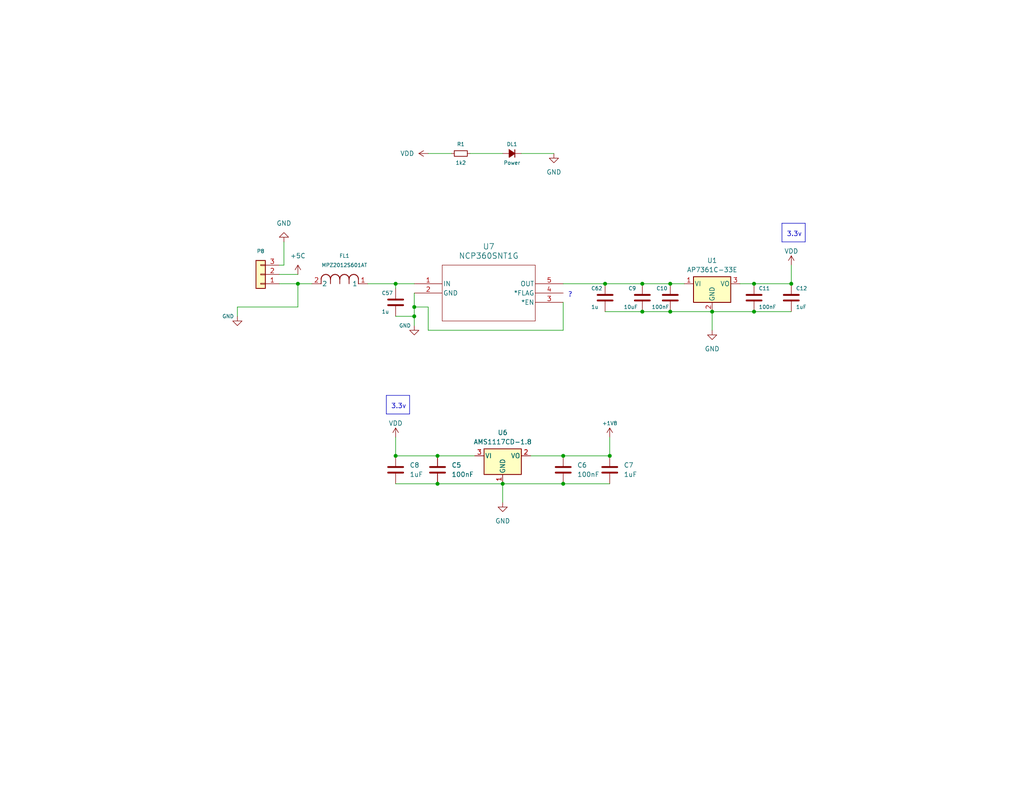
<source format=kicad_sch>
(kicad_sch (version 20230121) (generator eeschema)
  (paper "USLetter")
  (title_block (title "HF103-Min") (date "2023-06-25") (rev "0.1.0") (comment 1 "Minimalist Rework of HF-103 "))
  (lib_symbols
    (symbol "Connector_Generic:Conn_01x03" (pin_names (offset 1.016) hide)
      (property "Reference" "J" (at 0 5.08 0))
      (property "Value" "Conn_01x03" (at 0 -5.08 0))
      (symbol "Conn_01x03_1_1"
        (rectangle (start -1.27 -2.413) (end 0 -2.667) (stroke (width 0.1524)))
        (rectangle (start -1.27 0.127) (end 0 -0.127) (stroke (width 0.1524)))
        (rectangle (start -1.27 2.667) (end 0 2.413) (stroke (width 0.1524)))
        (rectangle (start -1.27 3.81) (end 1.27 -3.81) (stroke (width 0.254)) (fill (type background)))
        (pin passive line (at -5.08 2.54 0) (length 3.81) (name "Pin_1") (number "1"))
        (pin passive line (at -5.08 0 0) (length 3.81) (name "Pin_2") (number "2"))
        (pin passive line (at -5.08 -2.54 0) (length 3.81) (name "Pin_3") (number "3"))
      )
    )
    (symbol "Device:C" (pin_numbers hide) (pin_names (offset 0.254))
      (property "Reference" "C" (at 0.635 2.54 0))
      (property "Value" "C" (at 0.635 -2.54 0))
      (symbol "C_0_1"
        (polyline (pts (xy -2.032 -0.762) (xy 2.032 -0.762)) (stroke (width 0.508)))
        (polyline (pts (xy -2.032 0.762) (xy 2.032 0.762)) (stroke (width 0.508)))
      )
      (symbol "C_1_1"
        (pin passive line (at 0 3.81 270) (length 2.794) (name "~") (number "1"))
        (pin passive line (at 0 -3.81 90) (length 2.794) (name "~") (number "2"))
      )
    )
    (symbol "Device:D_Small_Filled" (pin_numbers hide) (pin_names (offset 0.254) hide)
      (property "Reference" "D" (at -1.27 2.032 0))
      (property "Value" "D_Small_Filled" (at -3.81 -2.032 0))
      (symbol "D_Small_Filled_0_1"
        (polyline (pts (xy -0.762 -1.016) (xy -0.762 1.016)) (stroke (width 0.254)))
        (polyline (pts (xy -0.762 0) (xy 0.762 0)))
        (polyline (pts (xy 0.762 -1.016) (xy -0.762 0) (xy 0.762 1.016) (xy 0.762 -1.016)) (stroke (width 0.254)) (fill (type outline)))
      )
      (symbol "D_Small_Filled_1_1"
        (pin passive line (at -2.54 0 0) (length 1.778) (name "K") (number "1"))
        (pin passive line (at 2.54 0 180) (length 1.778) (name "A") (number "2"))
      )
    )
    (symbol "Device:R_Small" (pin_numbers hide) (pin_names (offset 0.254) hide)
      (property "Reference" "R" (at 0.762 0.508 0))
      (property "Value" "R_Small" (at 0.762 -1.016 0))
      (symbol "R_Small_0_1"
        (rectangle (start -0.762 1.778) (end 0.762 -1.778) (stroke (width 0.2032)))
      )
      (symbol "R_Small_1_1"
        (pin passive line (at 0 2.54 270) (length 0.762) (name "~") (number "1"))
        (pin passive line (at 0 -2.54 90) (length 0.762) (name "~") (number "2"))
      )
    )
    (symbol "MPZ2012S601AT000:MPZ2012S601AT000" (pin_names (offset 0.254))
      (property "Reference" "L" (at 6.985 5.08 0))
      (property "Value" "MPZ2012S601AT000" (at 6.985 -2.54 0))
      (symbol "MPZ2012S601AT000_1_1"
        (polyline (pts (xy 2.54 0) (xy 2.54 1.27)) (stroke (width 0.2032)))
        (polyline (pts (xy 5.08 0) (xy 5.08 1.27)) (stroke (width 0.2032)))
        (polyline (pts (xy 7.62 0) (xy 7.62 1.27)) (stroke (width 0.2032)))
        (polyline (pts (xy 10.16 0) (xy 10.16 1.27)) (stroke (width 0.2032)))
        (polyline (pts (xy 12.7 0) (xy 12.7 1.27)) (stroke (width 0.2032)))
        (arc (start 5.08 1.27) (mid 3.81 2.5345) (end 2.54 1.27) (stroke (width 0.254)))
        (arc (start 7.62 1.27) (mid 6.35 2.5345) (end 5.08 1.27) (stroke (width 0.254)))
        (arc (start 10.16 1.27) (mid 8.89 2.5345) (end 7.62 1.27) (stroke (width 0.254)))
        (arc (start 12.7 1.27) (mid 11.43 2.5345) (end 10.16 1.27) (stroke (width 0.254)))
        (pin unspecified line (at 15.24 0 180) (length 2.54) (name "1") (number "1"))
        (pin unspecified line (at 0 0 0) (length 2.54) (name "2") (number "2"))
      )
      (symbol "MPZ2012S601AT000_1_2"
        (arc (start -1.27 5.08) (mid -2.5345 3.81) (end -1.27 2.54) (stroke (width 0.254)))
        (arc (start -1.27 7.62) (mid -2.5345 6.35) (end -1.27 5.08) (stroke (width 0.254)))
        (arc (start -1.27 10.16) (mid -2.5345 8.89) (end -1.27 7.62) (stroke (width 0.254)))
        (arc (start -1.27 12.7) (mid -2.5345 11.43) (end -1.27 10.16) (stroke (width 0.254)))
        (polyline (pts (xy 0 2.54) (xy -1.27 2.54)) (stroke (width 0.2032)))
        (polyline (pts (xy 0 5.08) (xy -1.27 5.08)) (stroke (width 0.2032)))
        (polyline (pts (xy 0 7.62) (xy -1.27 7.62)) (stroke (width 0.2032)))
        (polyline (pts (xy 0 10.16) (xy -1.27 10.16)) (stroke (width 0.2032)))
        (polyline (pts (xy 0 12.7) (xy -1.27 12.7)) (stroke (width 0.2032)))
        (pin unspecified line (at 0 15.24 270) (length 2.54) (name "1") (number "1"))
        (pin unspecified line (at 0 0 90) (length 2.54) (name "2") (number "2"))
      )
    )
    (symbol "NCP360:NCP360SNT1G" (pin_names (offset 0.254))
      (property "Reference" "U" (at 20.32 10.16 0))
      (property "Value" "NCP360SNT1G" (at 20.32 7.62 0))
      (symbol "NCP360SNT1G_0_1"
        (polyline (pts (xy 7.62 -10.16) (xy 33.02 -10.16)) (stroke (width 0.127)))
        (polyline (pts (xy 7.62 5.08) (xy 7.62 -10.16)) (stroke (width 0.127)))
        (polyline (pts (xy 33.02 -10.16) (xy 33.02 5.08)) (stroke (width 0.127)))
        (polyline (pts (xy 33.02 5.08) (xy 7.62 5.08)) (stroke (width 0.127)))
        (pin input line (at 0 0 0) (length 7.62) (name "IN") (number "1"))
        (pin power_in line (at 0 -2.54 0) (length 7.62) (name "GND") (number "2"))
        (pin input line (at 40.64 -5.08 180) (length 7.62) (name "*EN") (number "3"))
        (pin output line (at 40.64 -2.54 180) (length 7.62) (name "*FLAG") (number "4"))
        (pin output line (at 40.64 0 180) (length 7.62) (name "OUT") (number "5"))
      )
    )
    (symbol "Regulator_Linear:AMS1117CD-1.8" (pin_names (offset 0.254))
      (property "Reference" "U" (at -3.81 3.175 0))
      (property "Value" "AMS1117CD-1.8" (at 0 3.175 0))
      (symbol "AMS1117CD-1.8_0_1"
        (rectangle (start -5.08 -5.08) (end 5.08 1.905) (stroke (width 0.254)) (fill (type background)))
      )
      (symbol "AMS1117CD-1.8_1_1"
        (pin power_in line (at 0 -7.62 90) (length 2.54) (name "GND") (number "1"))
        (pin power_out line (at 7.62 0 180) (length 2.54) (name "VO") (number "2"))
        (pin power_in line (at -7.62 0 0) (length 2.54) (name "VI") (number "3"))
      )
    )
    (symbol "Regulator_Linear:AP7361C-33E" (pin_names (offset 0.254))
      (property "Reference" "U" (at -3.81 3.175 0))
      (property "Value" "AP7361C-33E" (at 0 3.175 0))
      (symbol "AP7361C-33E_0_1"
        (rectangle (start -5.08 -5.08) (end 5.08 1.905) (stroke (width 0.254)) (fill (type background)))
      )
      (symbol "AP7361C-33E_1_1"
        (pin power_in line (at -7.62 0 0) (length 2.54) (name "VI") (number "1"))
        (pin power_in line (at 0 -7.62 90) (length 2.54) (name "GND") (number "2"))
        (pin power_out line (at 7.62 0 180) (length 2.54) (name "VO") (number "3"))
      )
    )
    (symbol "power:+1V8" (power) (pin_names (offset 0))
      (property "Value" "+1V8" (at 0 3.556 0))
      (symbol "+1V8_0_1"
        (polyline (pts (xy -0.762 1.27) (xy 0 2.54)))
        (polyline (pts (xy 0 0) (xy 0 2.54)))
        (polyline (pts (xy 0 2.54) (xy 0.762 1.27)))
      )
      (symbol "+1V8_1_1"
        (pin power_in line (at 0 0 90) (length 0) hide (name "+1V8") (number "1"))
      )
    )
    (symbol "power:+5C" (power) (pin_names (offset 0))
      (property "Value" "+5C" (at 0 3.556 0))
      (symbol "+5C_0_1"
        (polyline (pts (xy -0.762 1.27) (xy 0 2.54)))
        (polyline (pts (xy 0 0) (xy 0 2.54)))
        (polyline (pts (xy 0 2.54) (xy 0.762 1.27)))
      )
      (symbol "+5C_1_1"
        (pin power_in line (at 0 0 90) (length 0) hide (name "+5C") (number "1"))
      )
    )
    (symbol "power:GND" (power) (pin_names (offset 0))
      (property "Value" "GND" (at 0 -3.81 0))
      (symbol "GND_0_1"
        (polyline (pts (xy 0 0) (xy 0 -1.27) (xy 1.27 -1.27) (xy 0 -2.54) (xy -1.27 -1.27) (xy 0 -1.27)))
      )
      (symbol "GND_1_1"
        (pin power_in line (at 0 0 270) (length 0) hide (name "GND") (number "1"))
      )
    )
    (symbol "power:VDD" (power) (pin_names (offset 0))
      (property "Value" "VDD" (at 0 3.81 0))
      (symbol "VDD_0_1"
        (polyline (pts (xy -0.762 1.27) (xy 0 2.54)))
        (polyline (pts (xy 0 0) (xy 0 2.54)))
        (polyline (pts (xy 0 2.54) (xy 0.762 1.27)))
      )
      (symbol "VDD_1_1"
        (pin power_in line (at 0 0 90) (length 0) hide (name "VDD") (number "1"))
      )
    )
  )
  (junction (at 153.67 132.08))
  (junction (at 182.88 85.09))
  (junction (at 113.03 86.36))
  (junction (at 215.9 77.47))
  (junction (at 175.26 77.47))
  (junction (at 107.95 77.47))
  (junction (at 165.1 77.47))
  (junction (at 119.38 132.08))
  (junction (at 81.28 77.47))
  (junction (at 166.37 124.46))
  (junction (at 107.95 124.46))
  (junction (at 175.26 85.09))
  (junction (at 153.67 124.46))
  (junction (at 205.74 77.47))
  (junction (at 182.88 77.47))
  (junction (at 137.16 132.08))
  (junction (at 205.74 85.09))
  (junction (at 113.03 83.82))
  (junction (at 194.31 85.09))
  (junction (at 119.38 124.46))
  (wire (pts (xy 137.16 137.16) (xy 137.16 132.08)))
  (polyline (pts (xy 105.41 107.95) (xy 111.76 107.95)))
  (wire (pts (xy 153.67 77.47) (xy 165.1 77.47)))
  (polyline (pts (xy 105.41 113.03) (xy 111.76 113.03)))
  (polyline (pts (xy 213.36 66.04) (xy 219.71 66.04)))
  (wire (pts (xy 64.77 83.82) (xy 81.28 83.82)))
  (wire (pts (xy 77.47 72.39) (xy 76.2 72.39)))
  (polyline (pts (xy 111.76 113.03) (xy 111.76 107.95)))
  (wire (pts (xy 144.78 124.46) (xy 153.67 124.46)))
  (wire (pts (xy 107.95 86.36) (xy 113.03 86.36)))
  (wire (pts (xy 205.74 77.47) (xy 215.9 77.47)))
  (wire (pts (xy 153.67 124.46) (xy 166.37 124.46)))
  (wire (pts (xy 100.33 77.47) (xy 107.95 77.47)))
  (wire (pts (xy 107.95 77.47) (xy 113.03 77.47)))
  (wire (pts (xy 113.03 83.82) (xy 113.03 86.36)))
  (wire (pts (xy 107.95 124.46) (xy 119.38 124.46)))
  (wire (pts (xy 113.03 86.36) (xy 113.03 88.9)))
  (wire (pts (xy 194.31 85.09) (xy 194.31 90.17)))
  (wire (pts (xy 166.37 119.38) (xy 166.37 124.46)))
  (wire (pts (xy 116.84 90.17) (xy 116.84 83.82)))
  (wire (pts (xy 137.16 132.08) (xy 153.67 132.08)))
  (wire (pts (xy 116.84 83.82) (xy 113.03 83.82)))
  (wire (pts (xy 116.84 41.91) (xy 123.19 41.91)))
  (polyline (pts (xy 219.71 66.04) (xy 219.71 60.96)))
  (wire (pts (xy 153.67 82.55) (xy 153.67 90.17)))
  (wire (pts (xy 205.74 85.09) (xy 215.9 85.09)))
  (wire (pts (xy 119.38 132.08) (xy 137.16 132.08)))
  (wire (pts (xy 142.24 41.91) (xy 151.13 41.91)))
  (wire (pts (xy 107.95 132.08) (xy 119.38 132.08)))
  (polyline (pts (xy 105.41 107.95) (xy 105.41 113.03)))
  (polyline (pts (xy 213.36 60.96) (xy 219.71 60.96)))
  (wire (pts (xy 182.88 77.47) (xy 186.69 77.47)))
  (wire (pts (xy 175.26 85.09) (xy 182.88 85.09)))
  (wire (pts (xy 113.03 80.01) (xy 113.03 83.82)))
  (wire (pts (xy 182.88 85.09) (xy 194.31 85.09)))
  (wire (pts (xy 76.2 77.47) (xy 81.28 77.47)))
  (wire (pts (xy 76.2 74.93) (xy 81.28 74.93)))
  (wire (pts (xy 77.47 66.04) (xy 77.47 72.39)))
  (polyline (pts (xy 213.36 60.96) (xy 213.36 66.04)))
  (wire (pts (xy 175.26 77.47) (xy 182.88 77.47)))
  (wire (pts (xy 107.95 119.38) (xy 107.95 124.46)))
  (wire (pts (xy 128.27 41.91) (xy 137.16 41.91)))
  (wire (pts (xy 107.95 77.47) (xy 107.95 78.74)))
  (wire (pts (xy 64.77 86.36) (xy 64.77 83.82)))
  (wire (pts (xy 81.28 77.47) (xy 85.09 77.47)))
  (wire (pts (xy 194.31 85.09) (xy 205.74 85.09)))
  (wire (pts (xy 153.67 90.17) (xy 116.84 90.17)))
  (wire (pts (xy 119.38 124.46) (xy 129.54 124.46)))
  (wire (pts (xy 153.67 132.08) (xy 166.37 132.08)))
  (wire (pts (xy 165.1 77.47) (xy 175.26 77.47)))
  (wire (pts (xy 201.93 77.47) (xy 205.74 77.47)))
  (wire (pts (xy 215.9 72.39) (xy 215.9 77.47)))
  (wire (pts (xy 165.1 85.09) (xy 175.26 85.09)))
  (wire (pts (xy 81.28 77.47) (xy 81.28 83.82)))
  (text "3.3v" (at 106.68 111.76 0) (effects (font (size 1.27 1.27)) (justify left bottom)))
  (text "?" (at 154.94 81.28 0) (effects (font (size 1.27 1.27)) (justify left bottom)))
  (text "3.3v" (at 214.63 64.77 0) (effects (font (size 1.27 1.27)) (justify left bottom)))
  (symbol (lib_id "Device:C") (at 119.38 128.27 0) (unit 1)
    (property "Reference" "C5" (at 123.19 127 0) (effects (justify left)))
    (property "Value" "100nF" (at 123.19 129.54 0) (effects (justify left)))
    (property "Footprint" "Capacitor_SMD:C_0805_2012Metric_Pad1.18x1.45mm_HandSolder" (effects hide))
  )
  (symbol (lib_id "power:GND") (at 113.03 88.9 0) (unit 1)
    (property "Reference" "#PWR039" (effects hide))
    (property "Value" "GND" (at 110.49 88.9 0) (effects (font (size 1 1))))
  )
  (symbol (lib_id "power:+1V8") (at 166.37 119.38 0) (unit 1)
    (property "Reference" "#PWR014" (effects hide))
    (property "Value" "+1V8" (at 166.37 115.57 0) (effects (font (size 1 1))))
  )
  (symbol (lib_id "Regulator_Linear:AMS1117CD-1.8") (at 137.16 124.46 0) (unit 1)
    (property "Reference" "U6" (at 137.16 118.11 0))
    (property "Value" "AMS1117CD-1.8" (at 137.16 120.65 0))
    (property "Footprint" "Package_TO_SOT_SMD:TO-252-3_TabPin2" (effects hide))
    (property "Datasheet" "http://www.advanced-monolithic.com/pdf/ds1117.pdf" (effects hide))
    (instances (project "HF103-Min" (path "" (reference "U6") (unit 1)) (path "" (reference "U1") (unit 1))))
  )
  (symbol (lib_id "power:+5C") (at 81.28 74.93 0) (unit 1)
    (property "Reference" "#PWR038" (effects hide))
    (property "Value" "+5C" (at 81.28 69.85 0))
  )
  (symbol (lib_id "power:GND") (at 77.47 66.04 180) (unit 1)
    (property "Reference" "#PWR015" (effects hide))
    (property "Value" "GND" (at 77.47 60.96 0))
  )
  (symbol (lib_id "power:VDD") (at 215.9 72.39 0) (unit 1)
    (property "Reference" "#PWR017" (effects hide))
    (property "Value" "VDD" (at 215.9 68.58 0))
  )
  (symbol (lib_id "Device:C") (at 182.88 81.28 0) (unit 1)
    (property "Reference" "C10" (at 179.07 78.74 0) (effects (font (size 1 1)) (justify left)))
    (property "Value" "100nF" (at 177.8 83.82 0) (effects (font (size 1 1)) (justify left)))
    (property "Footprint" "Capacitor_SMD:C_0805_2012Metric_Pad1.18x1.45mm_HandSolder" (effects hide))
  )
  (symbol (lib_id "power:GND") (at 64.77 86.36 0) (unit 1)
    (property "Reference" "#PWR043" (effects hide))
    (property "Value" "GND" (at 62.23 86.36 0) (effects (font (size 1 1))))
  )
  (symbol (lib_id "power:GND") (at 151.13 41.91 0) (unit 1)
    (property "Reference" "#PWR040" (effects hide))
    (property "Value" "GND" (at 151.13 46.99 0))
  )
  (symbol (lib_id "MPZ2012S601AT000:MPZ2012S601AT000") (at 85.09 77.47 0) (unit 1)
    (property "Reference" "FL1" (at 93.98 69.85 0) (effects (font (size 1 1))))
    (property "Value" "MPZ2012S601AT" (at 93.98 72.39 0) (effects (font (size 1 1))))
    (property "Footprint" "IND_2012_TDK" (effects hide))
    (property "Datasheet" "MPZ2012S601AT000" (effects hide))
  )
  (symbol (lib_id "power:VDD") (at 107.95 119.38 0) (unit 1)
    (property "Reference" "#PWR016" (effects hide))
    (property "Value" "VDD" (at 107.95 115.57 0))
  )
  (symbol (lib_id "Device:C") (at 215.9 81.28 0) (unit 1)
    (property "Reference" "C12" (at 217.17 78.74 0) (effects (font (size 1 1)) (justify left)))
    (property "Value" "1uF" (at 217.17 83.82 0) (effects (font (size 1 1)) (justify left)))
    (property "Footprint" "Capacitor_SMD:C_0805_2012Metric_Pad1.18x1.45mm_HandSolder" (effects hide))
  )
  (symbol (lib_id "Device:C") (at 107.95 82.55 0) (unit 1)
    (property "Reference" "C57" (at 104.14 80.01 0) (effects (font (size 1 1)) (justify left)))
    (property "Value" "1u" (at 104.14 85.09 0) (effects (font (size 1 1)) (justify left)))
    (property "Footprint" "Capacitor_SMD:C_0805_2012Metric_Pad1.18x1.45mm_HandSolder" (effects hide))
  )
  (symbol (lib_id "NCP360:NCP360SNT1G") (at 113.03 77.47 0) (unit 1)
    (property "Reference" "U7" (at 133.35 67.31 0) (effects (font (size 1.524 1.524))))
    (property "Value" "NCP360SNT1G" (at 133.35 69.85 0) (effects (font (size 1.524 1.524))))
    (property "Footprint" "NCP360SNT1G:TSOP5_3X1P5_ONS" (effects hide))
    (property "Datasheet" "NCP360SNT1G" (effects hide))
  )
  (symbol (lib_id "Device:C") (at 205.74 81.28 0) (unit 1)
    (property "Reference" "C11" (at 207.01 78.74 0) (effects (font (size 1 1)) (justify left)))
    (property "Value" "100nF" (at 207.01 83.82 0) (effects (font (size 1 1)) (justify left)))
    (property "Footprint" "Capacitor_SMD:C_0805_2012Metric_Pad1.18x1.45mm_HandSolder" (effects hide))
  )
  (symbol (lib_id "Device:D_Small_Filled") (at 139.7 41.91 180) (unit 1)
    (property "Reference" "DL1" (at 139.7 39.37 0) (effects (font (size 1 1))))
    (property "Value" "Power" (at 139.7 44.45 0) (effects (font (size 1 1))))
    (property "Footprint" "Diode_SMD:D_0805_2012Metric_Pad1.15x1.40mm_HandSolder" (effects hide))
    (property "Sim.Device" "D" (effects hide))
    (property "Sim.Pins" "1=K 2=A" (effects hide))
  )
  (symbol (lib_id "Device:C") (at 165.1 81.28 0) (unit 1)
    (property "Reference" "C62" (at 161.29 78.74 0) (effects (font (size 1 1)) (justify left)))
    (property "Value" "1u" (at 161.29 83.82 0) (effects (font (size 1 1)) (justify left)))
    (property "Footprint" "Capacitor_SMD:C_0805_2012Metric_Pad1.18x1.45mm_HandSolder" (effects hide))
  )
  (symbol (lib_id "power:GND") (at 194.31 90.17 0) (unit 1)
    (property "Reference" "#PWR036" (effects hide))
    (property "Value" "GND" (at 194.31 95.25 0))
  )
  (symbol (lib_id "Device:R_Small") (at 125.73 41.91 270) (unit 1)
    (property "Reference" "R1" (at 125.73 39.37 90) (effects (font (size 1 1))))
    (property "Value" "1k2" (at 125.73 44.45 90) (effects (font (size 1 1))))
    (property "Footprint" "Resistor_SMD:R_0805_2012Metric_Pad1.20x1.40mm_HandSolder" (effects hide))
  )
  (symbol (lib_id "Device:C") (at 153.67 128.27 0) (unit 1)
    (property "Reference" "C6" (at 157.48 127 0) (effects (justify left)))
    (property "Value" "100nF" (at 157.48 129.54 0) (effects (justify left)))
    (property "Footprint" "Capacitor_SMD:C_0805_2012Metric_Pad1.18x1.45mm_HandSolder" (effects hide))
  )
  (symbol (lib_id "Device:C") (at 107.95 128.27 0) (unit 1)
    (property "Reference" "C8" (at 111.76 127 0) (effects (justify left)))
    (property "Value" "1uF" (at 111.76 129.54 0) (effects (justify left)))
    (property "Footprint" "Capacitor_SMD:C_0805_2012Metric_Pad1.18x1.45mm_HandSolder" (effects hide))
  )
  (symbol (lib_id "Connector_Generic:Conn_01x03") (at 71.12 74.93 180) (unit 1)
    (property "Reference" "P8" (at 71.12 68.58 0) (effects (font (size 1 1))))
    (property "Value" "Conn_01x03" (effects hide))
    (property "Footprint" "Connector_PinHeader_1.27mm:PinHeader_1x03_P1.27mm_Vertical" (effects hide))
  )
  (symbol (lib_id "Device:C") (at 175.26 81.28 0) (unit 1)
    (property "Reference" "C9" (at 171.45 78.74 0) (effects (font (size 1 1)) (justify left)))
    (property "Value" "10uF" (at 170.18 83.82 0) (effects (font (size 1 1)) (justify left)))
    (property "Footprint" "Capacitor_SMD:C_0805_2012Metric_Pad1.18x1.45mm_HandSolder" (effects hide))
  )
  (symbol (lib_id "power:GND") (at 137.16 137.16 0) (unit 1)
    (property "Reference" "#PWR035" (effects hide))
    (property "Value" "GND" (at 137.16 142.24 0))
  )
  (symbol (lib_id "power:VDD") (at 116.84 41.91 90) (unit 1)
    (property "Reference" "#PWR041" (effects hide))
    (property "Value" "VDD" (at 113.03 41.91 90) (effects (justify left)))
  )
  (symbol (lib_id "Device:C") (at 166.37 128.27 0) (unit 1)
    (property "Reference" "C7" (at 170.18 127 0) (effects (justify left)))
    (property "Value" "1uF" (at 170.18 129.54 0) (effects (justify left)))
    (property "Footprint" "Capacitor_SMD:C_0805_2012Metric_Pad1.18x1.45mm_HandSolder" (effects hide))
  )
  (symbol (lib_id "Regulator_Linear:AP7361C-33E") (at 194.31 77.47 0) (unit 1)
    (property "Reference" "U1" (at 194.31 71.12 0))
    (property "Value" "AP7361C-33E" (at 194.31 73.66 0))
    (property "Footprint" "Package_TO_SOT_SMD:SOT-223-3_TabPin2" (effects hide))
    (property "Datasheet" "https://www.diodes.com/assets/Datasheets/AP7361C.pdf" (effects hide))
    (instances (project "HF103-Min" (path "" (reference "U1") (unit 1)) (path "" (reference "U3") (unit 1))))
  )
)
</source>
